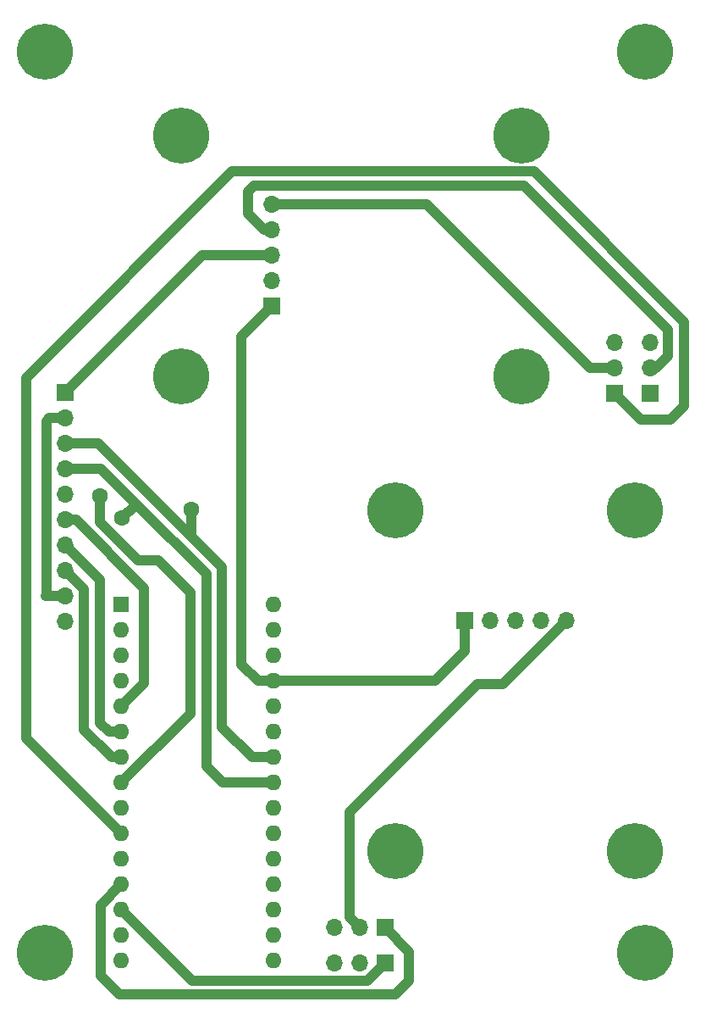
<source format=gbr>
%TF.GenerationSoftware,KiCad,Pcbnew,(6.0.4)*%
%TF.CreationDate,2022-12-07T17:36:50-05:00*%
%TF.ProjectId,BREAD_Slice,42524541-445f-4536-9c69-63652e6b6963,rev?*%
%TF.SameCoordinates,Original*%
%TF.FileFunction,Copper,L1,Top*%
%TF.FilePolarity,Positive*%
%FSLAX46Y46*%
G04 Gerber Fmt 4.6, Leading zero omitted, Abs format (unit mm)*
G04 Created by KiCad (PCBNEW (6.0.4)) date 2022-12-07 17:36:50*
%MOMM*%
%LPD*%
G01*
G04 APERTURE LIST*
%TA.AperFunction,ComponentPad*%
%ADD10R,1.700000X1.700000*%
%TD*%
%TA.AperFunction,ComponentPad*%
%ADD11O,1.700000X1.700000*%
%TD*%
%TA.AperFunction,ComponentPad*%
%ADD12C,5.600000*%
%TD*%
%TA.AperFunction,ComponentPad*%
%ADD13R,1.600000X1.600000*%
%TD*%
%TA.AperFunction,ComponentPad*%
%ADD14O,1.600000X1.600000*%
%TD*%
%TA.AperFunction,ViaPad*%
%ADD15C,1.600000*%
%TD*%
%TA.AperFunction,Conductor*%
%ADD16C,1.000000*%
%TD*%
%TA.AperFunction,Conductor*%
%ADD17C,0.250000*%
%TD*%
G04 APERTURE END LIST*
D10*
%TO.P,J7,1,Pin_1*%
%TO.N,/TX2*%
X134475000Y-136425000D03*
D11*
%TO.P,J7,2,Pin_2*%
%TO.N,/TX2{slash}SDA*%
X131935000Y-136425000D03*
%TO.P,J7,3,Pin_3*%
%TO.N,/I2C_DAT*%
X129395000Y-136425000D03*
%TD*%
D10*
%TO.P,J3,1,Pin_1*%
%TO.N,+5V*%
X142500000Y-102250000D03*
D11*
%TO.P,J3,2,Pin_2*%
%TO.N,/OFFpH*%
X145040000Y-102250000D03*
%TO.P,J3,3,Pin_3*%
%TO.N,GND*%
X147580000Y-102250000D03*
%TO.P,J3,4,Pin_4*%
%TO.N,/TX2{slash}SDA*%
X150120000Y-102250000D03*
%TO.P,J3,5,Pin_5*%
%TO.N,/RX2{slash}SCL*%
X152660000Y-102250000D03*
%TD*%
D10*
%TO.P,J6,1,Pin_1*%
%TO.N,/RX2*%
X134475000Y-132875000D03*
D11*
%TO.P,J6,2,Pin_2*%
%TO.N,/RX2{slash}SCL*%
X131935000Y-132875000D03*
%TO.P,J6,3,Pin_3*%
%TO.N,/I2C_CLK*%
X129395000Y-132875000D03*
%TD*%
D10*
%TO.P,J1,1,Pin_1*%
%TO.N,GND*%
X102514466Y-79464466D03*
D11*
%TO.P,J1,2,Pin_2*%
%TO.N,+12V*%
X102514466Y-82004466D03*
%TO.P,J1,3,Pin_3*%
%TO.N,/I2C_CLK*%
X102514466Y-84544466D03*
%TO.P,J1,4,Pin_4*%
%TO.N,/I2C_DAT*%
X102514466Y-87084466D03*
%TO.P,J1,5,Pin_5*%
%TO.N,GND*%
X102514466Y-89624466D03*
%TO.P,J1,6,Pin_6*%
%TO.N,/E_STOP*%
X102514466Y-92164466D03*
%TO.P,J1,7,Pin_7*%
%TO.N,/INT*%
X102514466Y-94704466D03*
%TO.P,J1,8,Pin_8*%
%TO.N,/SYNC*%
X102514466Y-97244466D03*
%TO.P,J1,9,Pin_9*%
%TO.N,+12V*%
X102514466Y-99784466D03*
%TO.P,J1,10,Pin_10*%
%TO.N,GND*%
X102514466Y-102324466D03*
%TD*%
D10*
%TO.P,J2,1,Pin_1*%
%TO.N,+5V*%
X123139466Y-70814466D03*
D11*
%TO.P,J2,2,Pin_2*%
%TO.N,/OFFO2*%
X123139466Y-68274466D03*
%TO.P,J2,3,Pin_3*%
%TO.N,GND*%
X123139466Y-65734466D03*
%TO.P,J2,4,Pin_4*%
%TO.N,/TX1{slash}SDA*%
X123139466Y-63194466D03*
%TO.P,J2,5,Pin_5*%
%TO.N,/RX1{slash}SCL*%
X123139466Y-60654466D03*
%TD*%
D12*
%TO.P,H12,1*%
%TO.N,N/C*%
X160464466Y-45464466D03*
%TD*%
D10*
%TO.P,J5,1,Pin_1*%
%TO.N,/TX1*%
X161025000Y-79575000D03*
D11*
%TO.P,J5,2,Pin_2*%
%TO.N,/TX1{slash}SDA*%
X161025000Y-77035000D03*
%TO.P,J5,3,Pin_3*%
%TO.N,/I2C_DAT*%
X161025000Y-74495000D03*
%TD*%
D12*
%TO.P,H8,1*%
%TO.N,N/C*%
X100464466Y-45464466D03*
%TD*%
%TO.P,H9,1*%
%TO.N,N/C*%
X160464466Y-135464466D03*
%TD*%
%TO.P,H11,1*%
%TO.N,N/C*%
X135500000Y-125250000D03*
%TD*%
%TO.P,H4,1*%
%TO.N,N/C*%
X100464466Y-135464466D03*
%TD*%
D10*
%TO.P,J4,1,Pin_1*%
%TO.N,/RX1*%
X157475000Y-79575000D03*
D11*
%TO.P,J4,2,Pin_2*%
%TO.N,/RX1{slash}SCL*%
X157475000Y-77035000D03*
%TO.P,J4,3,Pin_3*%
%TO.N,/I2C_CLK*%
X157475000Y-74495000D03*
%TD*%
D12*
%TO.P,H2,1*%
%TO.N,N/C*%
X114114466Y-77814466D03*
%TD*%
%TO.P,H5,1*%
%TO.N,N/C*%
X148114466Y-53814466D03*
%TD*%
D13*
%TO.P,A1,1,D1/TX*%
%TO.N,unconnected-(A1-Pad1)*%
X108114466Y-100664466D03*
D14*
%TO.P,A1,2,D0/RX*%
%TO.N,unconnected-(A1-Pad2)*%
X108114466Y-103204466D03*
%TO.P,A1,3,~{RESET}*%
%TO.N,unconnected-(A1-Pad3)*%
X108114466Y-105744466D03*
%TO.P,A1,4,GND*%
%TO.N,GND*%
X108114466Y-108284466D03*
%TO.P,A1,5,D2*%
%TO.N,/E_STOP*%
X108114466Y-110824466D03*
%TO.P,A1,6,D3*%
%TO.N,/INT*%
X108114466Y-113364466D03*
%TO.P,A1,7,D4*%
%TO.N,/SYNC*%
X108114466Y-115904466D03*
%TO.P,A1,8,D5*%
%TO.N,/OFFO2*%
X108114466Y-118444466D03*
%TO.P,A1,9,D6*%
%TO.N,/OFFpH*%
X108114466Y-120984466D03*
%TO.P,A1,10,D7*%
%TO.N,/RX1*%
X108114466Y-123524466D03*
%TO.P,A1,11,D8*%
%TO.N,/TX1*%
X108114466Y-126064466D03*
%TO.P,A1,12,D9*%
%TO.N,/RX2*%
X108114466Y-128604466D03*
%TO.P,A1,13,D10*%
%TO.N,/TX2*%
X108114466Y-131144466D03*
%TO.P,A1,14,D11*%
%TO.N,unconnected-(A1-Pad14)*%
X108114466Y-133684466D03*
%TO.P,A1,15,D12*%
%TO.N,unconnected-(A1-Pad15)*%
X108114466Y-136224466D03*
%TO.P,A1,16,D13*%
%TO.N,unconnected-(A1-Pad16)*%
X123354466Y-136224466D03*
%TO.P,A1,17,3V3*%
%TO.N,unconnected-(A1-Pad17)*%
X123354466Y-133684466D03*
%TO.P,A1,18,AREF*%
%TO.N,unconnected-(A1-Pad18)*%
X123354466Y-131144466D03*
%TO.P,A1,19,A0*%
%TO.N,unconnected-(A1-Pad19)*%
X123354466Y-128604466D03*
%TO.P,A1,20,A1*%
%TO.N,unconnected-(A1-Pad20)*%
X123354466Y-126064466D03*
%TO.P,A1,21,A2*%
%TO.N,unconnected-(A1-Pad21)*%
X123354466Y-123524466D03*
%TO.P,A1,22,A3*%
%TO.N,unconnected-(A1-Pad22)*%
X123354466Y-120984466D03*
%TO.P,A1,23,A4*%
%TO.N,/I2C_DAT*%
X123354466Y-118444466D03*
%TO.P,A1,24,A5*%
%TO.N,/I2C_CLK*%
X123354466Y-115904466D03*
%TO.P,A1,25,A6*%
%TO.N,unconnected-(A1-Pad25)*%
X123354466Y-113364466D03*
%TO.P,A1,26,A7*%
%TO.N,unconnected-(A1-Pad26)*%
X123354466Y-110824466D03*
%TO.P,A1,27,+5V*%
%TO.N,+5V*%
X123354466Y-108284466D03*
%TO.P,A1,28,~{RESET}*%
%TO.N,unconnected-(A1-Pad28)*%
X123354466Y-105744466D03*
%TO.P,A1,29,GND*%
%TO.N,GND*%
X123354466Y-103204466D03*
%TO.P,A1,30,VIN*%
%TO.N,+12V*%
X123354466Y-100664466D03*
%TD*%
D12*
%TO.P,H1,1*%
%TO.N,N/C*%
X159500000Y-91250000D03*
%TD*%
%TO.P,H3,1*%
%TO.N,N/C*%
X148114466Y-77814466D03*
%TD*%
%TO.P,H10,1*%
%TO.N,N/C*%
X135500000Y-91250000D03*
%TD*%
%TO.P,H6,1*%
%TO.N,N/C*%
X159500000Y-125250000D03*
%TD*%
%TO.P,H7,1*%
%TO.N,N/C*%
X114114466Y-53814466D03*
%TD*%
D15*
%TO.N,/I2C_DAT*%
X108200000Y-92000000D03*
%TO.N,/I2C_CLK*%
X115100000Y-91150000D03*
%TO.N,/OFFO2*%
X106000000Y-89800000D03*
%TD*%
D16*
%TO.N,/TX2*%
X115170000Y-138200000D02*
X108114466Y-131144466D01*
X132700000Y-138200000D02*
X115170000Y-138200000D01*
X134475000Y-136425000D02*
X132700000Y-138200000D01*
%TO.N,/RX2*%
X106050000Y-137750000D02*
X106050000Y-130668932D01*
X106050000Y-130668932D02*
X108114466Y-128604466D01*
X107900000Y-139600000D02*
X106050000Y-137750000D01*
X136900000Y-138250000D02*
X135550000Y-139600000D01*
X135550000Y-139600000D02*
X107900000Y-139600000D01*
X136900000Y-135300000D02*
X136900000Y-138250000D01*
X134475000Y-132875000D02*
X136900000Y-135300000D01*
%TO.N,/TX1{slash}SDA*%
X122394466Y-63194466D02*
X123139466Y-63194466D01*
X120800000Y-59400000D02*
X120800000Y-61600000D01*
X121400000Y-58800000D02*
X120800000Y-59400000D01*
X120800000Y-61600000D02*
X122394466Y-63194466D01*
X162800000Y-73200000D02*
X148400000Y-58800000D01*
X162800000Y-75800000D02*
X162800000Y-73200000D01*
X148400000Y-58800000D02*
X121400000Y-58800000D01*
X161565000Y-77035000D02*
X162800000Y-75800000D01*
X161025000Y-77035000D02*
X161565000Y-77035000D01*
%TO.N,/RX1*%
X98600000Y-114010000D02*
X108114466Y-123524466D01*
X98600000Y-78000000D02*
X98600000Y-114010000D01*
X119200000Y-57400000D02*
X98600000Y-78000000D01*
X164400000Y-72400000D02*
X149400000Y-57400000D01*
X164400000Y-80800000D02*
X164400000Y-72400000D01*
X163000000Y-82200000D02*
X164400000Y-80800000D01*
X149400000Y-57400000D02*
X119200000Y-57400000D01*
X160100000Y-82200000D02*
X163000000Y-82200000D01*
X157475000Y-79575000D02*
X160100000Y-82200000D01*
%TO.N,/RX1{slash}SCL*%
X138654466Y-60654466D02*
X123139466Y-60654466D01*
X155035000Y-77035000D02*
X138654466Y-60654466D01*
X157475000Y-77035000D02*
X155035000Y-77035000D01*
%TO.N,GND*%
X116244466Y-65734466D02*
X102514466Y-79464466D01*
X123139466Y-65734466D02*
X116244466Y-65734466D01*
%TO.N,/E_STOP*%
X110400000Y-108538932D02*
X108114466Y-110824466D01*
X103564466Y-92164466D02*
X110400000Y-99000000D01*
X110400000Y-99000000D02*
X110400000Y-108538932D01*
X102514466Y-92164466D02*
X103564466Y-92164466D01*
%TO.N,/INT*%
X106000000Y-98190000D02*
X106000000Y-112475000D01*
X106000000Y-112475000D02*
X106889466Y-113364466D01*
X102514466Y-94704466D02*
X106000000Y-98190000D01*
X106889466Y-113364466D02*
X108114466Y-113364466D01*
%TO.N,/SYNC*%
X107159466Y-115904466D02*
X108114466Y-115904466D01*
X104400000Y-99130000D02*
X104400000Y-113145000D01*
X102514466Y-97244466D02*
X104400000Y-99130000D01*
X104400000Y-113145000D02*
X107159466Y-115904466D01*
%TO.N,/I2C_DAT*%
X116600000Y-116800000D02*
X116600000Y-97600718D01*
X118244466Y-118444466D02*
X116600000Y-116800000D01*
X108200000Y-92000000D02*
X109499641Y-90700359D01*
X116600000Y-97600000D02*
X116599282Y-97600000D01*
X116599282Y-97600000D02*
X109699641Y-90700359D01*
X106083748Y-87084466D02*
X102514466Y-87084466D01*
X123354466Y-118444466D02*
X118244466Y-118444466D01*
X109499641Y-90700359D02*
X109699641Y-90700359D01*
X109699641Y-90700359D02*
X106083748Y-87084466D01*
%TO.N,/I2C_CLK*%
X105844466Y-84544466D02*
X102514466Y-84544466D01*
X115114466Y-91164466D02*
X115114466Y-93814466D01*
X118200000Y-112900000D02*
X118200000Y-96900000D01*
X123354466Y-115904466D02*
X121204466Y-115904466D01*
X121204466Y-115904466D02*
X118200000Y-112900000D01*
X115114466Y-93814466D02*
X105844466Y-84544466D01*
X118200000Y-96900000D02*
X115114466Y-93814466D01*
D17*
X115100000Y-91150000D02*
X115114466Y-91164466D01*
D16*
%TO.N,+5V*%
X139465534Y-108284466D02*
X123354466Y-108284466D01*
X142500000Y-102250000D02*
X142500000Y-105250000D01*
X120114466Y-106614466D02*
X121784466Y-108284466D01*
X120114466Y-73839466D02*
X120114466Y-106614466D01*
X142500000Y-105250000D02*
X139465534Y-108284466D01*
X123139466Y-70814466D02*
X120114466Y-73839466D01*
X121784466Y-108284466D02*
X123354466Y-108284466D01*
%TO.N,+12V*%
X100600000Y-82328932D02*
X100600000Y-99768932D01*
X100924466Y-82004466D02*
X100600000Y-82328932D01*
X100600000Y-99768932D02*
X100584466Y-99784466D01*
X100584466Y-99784466D02*
X102514466Y-99784466D01*
X102514466Y-82004466D02*
X100924466Y-82004466D01*
%TO.N,/OFFO2*%
X106000000Y-92400000D02*
X109800000Y-96200000D01*
X111800000Y-96200000D02*
X115000000Y-99400000D01*
X109800000Y-96200000D02*
X111800000Y-96200000D01*
X115000000Y-111558932D02*
X108114466Y-118444466D01*
X115000000Y-99400000D02*
X115000000Y-111558932D01*
X106000000Y-89800000D02*
X106000000Y-92400000D01*
%TO.N,/RX2{slash}SCL*%
X146310000Y-108600000D02*
X152660000Y-102250000D01*
X131935000Y-132875000D02*
X130940148Y-131880148D01*
X130940148Y-121409852D02*
X143750000Y-108600000D01*
X130940148Y-131880148D02*
X130940148Y-121409852D01*
X143750000Y-108600000D02*
X146310000Y-108600000D01*
%TD*%
M02*

</source>
